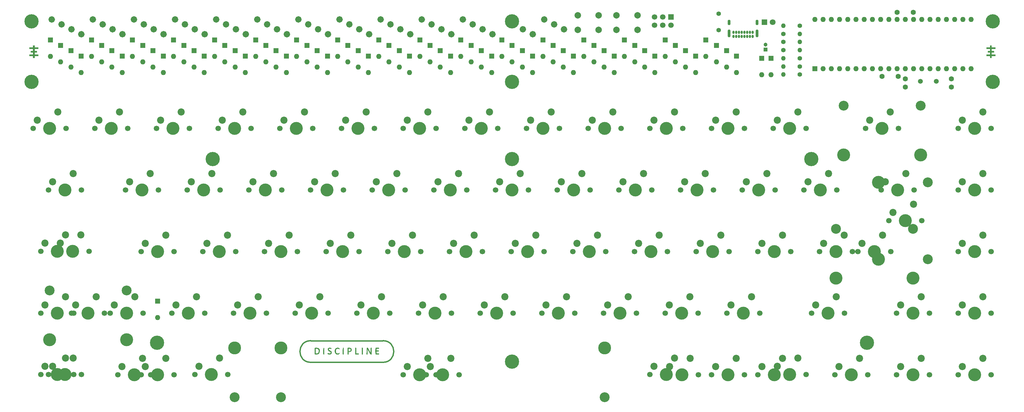
<source format=gts>
%TF.GenerationSoftware,KiCad,Pcbnew,8.0.2*%
%TF.CreationDate,2024-05-19T23:09:39-04:00*%
%TF.ProjectId,discipline-pcb,64697363-6970-46c6-996e-652d7063622e,1.0*%
%TF.SameCoordinates,Original*%
%TF.FileFunction,Soldermask,Top*%
%TF.FilePolarity,Negative*%
%FSLAX46Y46*%
G04 Gerber Fmt 4.6, Leading zero omitted, Abs format (unit mm)*
G04 Created by KiCad (PCBNEW 8.0.2) date 2024-05-19 23:09:39*
%MOMM*%
%LPD*%
G01*
G04 APERTURE LIST*
%ADD10C,1.015810*%
%ADD11C,0.010000*%
%ADD12C,0.400000*%
%ADD13C,1.700000*%
%ADD14C,4.000000*%
%ADD15C,2.200000*%
%ADD16C,3.050000*%
%ADD17C,4.400000*%
%ADD18C,3.987800*%
%ADD19C,3.048000*%
%ADD20R,1.600000X1.600000*%
%ADD21O,1.600000X1.600000*%
%ADD22C,1.400000*%
%ADD23O,1.400000X1.400000*%
%ADD24C,2.000000*%
%ADD25R,1.800000X1.800000*%
%ADD26C,1.800000*%
%ADD27R,1.200000X1.200000*%
%ADD28C,1.200000*%
%ADD29C,1.600000*%
%ADD30O,0.650000X1.000000*%
%ADD31O,0.900000X2.400000*%
%ADD32O,0.900000X1.700000*%
%ADD33C,1.500000*%
%ADD34R,1.700000X1.700000*%
G04 APERTURE END LIST*
D10*
X213105482Y-65681168D02*
G75*
G02*
X212089672Y-65681168I-507905J0D01*
G01*
X212089672Y-65681168D02*
G75*
G02*
X213105482Y-65681168I507905J0D01*
G01*
X210053270Y-64152098D02*
G75*
G02*
X209037460Y-64152098I-507905J0D01*
G01*
X209037460Y-64152098D02*
G75*
G02*
X210053270Y-64152098I507905J0D01*
G01*
X222762932Y-64163643D02*
G75*
G02*
X221747122Y-64163643I-507905J0D01*
G01*
X221747122Y-64163643D02*
G75*
G02*
X222762932Y-64163643I507905J0D01*
G01*
X219710720Y-62634573D02*
G75*
G02*
X218694910Y-62634573I-507905J0D01*
G01*
X218694910Y-62634573D02*
G75*
G02*
X219710720Y-62634573I507905J0D01*
G01*
X216656801Y-61115546D02*
G75*
G02*
X215640991Y-61115546I-507905J0D01*
G01*
X215640991Y-61115546D02*
G75*
G02*
X216656801Y-61115546I507905J0D01*
G01*
X191517525Y-61110747D02*
G75*
G02*
X190501715Y-61110747I-507905J0D01*
G01*
X190501715Y-61110747D02*
G75*
G02*
X191517525Y-61110747I507905J0D01*
G01*
X200663719Y-65681325D02*
G75*
G02*
X199647909Y-65681325I-507905J0D01*
G01*
X199647909Y-65681325D02*
G75*
G02*
X200663719Y-65681325I507905J0D01*
G01*
X197611507Y-64152255D02*
G75*
G02*
X196595697Y-64152255I-507905J0D01*
G01*
X196595697Y-64152255D02*
G75*
G02*
X197611507Y-64152255I507905J0D01*
G01*
X194557588Y-62633228D02*
G75*
G02*
X193541778Y-62633228I-507905J0D01*
G01*
X193541778Y-62633228D02*
G75*
G02*
X194557588Y-62633228I507905J0D01*
G01*
X178814016Y-61115427D02*
G75*
G02*
X177798206Y-61115427I-507905J0D01*
G01*
X177798206Y-61115427D02*
G75*
G02*
X178814016Y-61115427I507905J0D01*
G01*
X187960210Y-65686005D02*
G75*
G02*
X186944400Y-65686005I-507905J0D01*
G01*
X186944400Y-65686005D02*
G75*
G02*
X187960210Y-65686005I507905J0D01*
G01*
X184907998Y-64156935D02*
G75*
G02*
X183892188Y-64156935I-507905J0D01*
G01*
X183892188Y-64156935D02*
G75*
G02*
X184907998Y-64156935I507905J0D01*
G01*
X181854079Y-62637908D02*
G75*
G02*
X180838269Y-62637908I-507905J0D01*
G01*
X180838269Y-62637908D02*
G75*
G02*
X181854079Y-62637908I507905J0D01*
G01*
X166119736Y-61112459D02*
G75*
G02*
X165103926Y-61112459I-507905J0D01*
G01*
X165103926Y-61112459D02*
G75*
G02*
X166119736Y-61112459I507905J0D01*
G01*
X175265930Y-65683037D02*
G75*
G02*
X174250120Y-65683037I-507905J0D01*
G01*
X174250120Y-65683037D02*
G75*
G02*
X175265930Y-65683037I507905J0D01*
G01*
X172213718Y-64153967D02*
G75*
G02*
X171197908Y-64153967I-507905J0D01*
G01*
X171197908Y-64153967D02*
G75*
G02*
X172213718Y-64153967I507905J0D01*
G01*
X169159799Y-62634940D02*
G75*
G02*
X168143989Y-62634940I-507905J0D01*
G01*
X168143989Y-62634940D02*
G75*
G02*
X169159799Y-62634940I507905J0D01*
G01*
X153418727Y-61109007D02*
G75*
G02*
X152402917Y-61109007I-507905J0D01*
G01*
X152402917Y-61109007D02*
G75*
G02*
X153418727Y-61109007I507905J0D01*
G01*
X162564921Y-65679585D02*
G75*
G02*
X161549111Y-65679585I-507905J0D01*
G01*
X161549111Y-65679585D02*
G75*
G02*
X162564921Y-65679585I507905J0D01*
G01*
X159512709Y-64150515D02*
G75*
G02*
X158496899Y-64150515I-507905J0D01*
G01*
X158496899Y-64150515D02*
G75*
G02*
X159512709Y-64150515I507905J0D01*
G01*
X156458790Y-62631488D02*
G75*
G02*
X155442980Y-62631488I-507905J0D01*
G01*
X155442980Y-62631488D02*
G75*
G02*
X156458790Y-62631488I507905J0D01*
G01*
X140711899Y-61109819D02*
G75*
G02*
X139696089Y-61109819I-507905J0D01*
G01*
X139696089Y-61109819D02*
G75*
G02*
X140711899Y-61109819I507905J0D01*
G01*
X149858093Y-65680397D02*
G75*
G02*
X148842283Y-65680397I-507905J0D01*
G01*
X148842283Y-65680397D02*
G75*
G02*
X149858093Y-65680397I507905J0D01*
G01*
X146805881Y-64151327D02*
G75*
G02*
X145790071Y-64151327I-507905J0D01*
G01*
X145790071Y-64151327D02*
G75*
G02*
X146805881Y-64151327I507905J0D01*
G01*
X143751962Y-62632300D02*
G75*
G02*
X142736152Y-62632300I-507905J0D01*
G01*
X142736152Y-62632300D02*
G75*
G02*
X143751962Y-62632300I507905J0D01*
G01*
X128014402Y-61112040D02*
G75*
G02*
X126998592Y-61112040I-507905J0D01*
G01*
X126998592Y-61112040D02*
G75*
G02*
X128014402Y-61112040I507905J0D01*
G01*
X137160596Y-65682618D02*
G75*
G02*
X136144786Y-65682618I-507905J0D01*
G01*
X136144786Y-65682618D02*
G75*
G02*
X137160596Y-65682618I507905J0D01*
G01*
X134117158Y-64152847D02*
G75*
G02*
X133101348Y-64152847I-507905J0D01*
G01*
X133101348Y-64152847D02*
G75*
G02*
X134117158Y-64152847I507905J0D01*
G01*
X131054465Y-62634521D02*
G75*
G02*
X130038655Y-62634521I-507905J0D01*
G01*
X130038655Y-62634521D02*
G75*
G02*
X131054465Y-62634521I507905J0D01*
G01*
X115319645Y-61111675D02*
G75*
G02*
X114303835Y-61111675I-507905J0D01*
G01*
X114303835Y-61111675D02*
G75*
G02*
X115319645Y-61111675I507905J0D01*
G01*
X124465839Y-65682253D02*
G75*
G02*
X123450029Y-65682253I-507905J0D01*
G01*
X123450029Y-65682253D02*
G75*
G02*
X124465839Y-65682253I507905J0D01*
G01*
X121413627Y-64153183D02*
G75*
G02*
X120397817Y-64153183I-507905J0D01*
G01*
X120397817Y-64153183D02*
G75*
G02*
X121413627Y-64153183I507905J0D01*
G01*
X118359708Y-62634156D02*
G75*
G02*
X117343898Y-62634156I-507905J0D01*
G01*
X117343898Y-62634156D02*
G75*
G02*
X118359708Y-62634156I507905J0D01*
G01*
X102619069Y-61108049D02*
G75*
G02*
X101603259Y-61108049I-507905J0D01*
G01*
X101603259Y-61108049D02*
G75*
G02*
X102619069Y-61108049I507905J0D01*
G01*
X111765263Y-65678627D02*
G75*
G02*
X110749453Y-65678627I-507905J0D01*
G01*
X110749453Y-65678627D02*
G75*
G02*
X111765263Y-65678627I507905J0D01*
G01*
X108709916Y-64156590D02*
G75*
G02*
X107694106Y-64156590I-507905J0D01*
G01*
X107694106Y-64156590D02*
G75*
G02*
X108709916Y-64156590I507905J0D01*
G01*
X105663905Y-62630530D02*
G75*
G02*
X104648095Y-62630530I-507905J0D01*
G01*
X104648095Y-62630530D02*
G75*
G02*
X105663905Y-62630530I507905J0D01*
G01*
X89913832Y-61110761D02*
G75*
G02*
X88898022Y-61110761I-507905J0D01*
G01*
X88898022Y-61110761D02*
G75*
G02*
X89913832Y-61110761I507905J0D01*
G01*
X99060026Y-65681339D02*
G75*
G02*
X98044216Y-65681339I-507905J0D01*
G01*
X98044216Y-65681339D02*
G75*
G02*
X99060026Y-65681339I507905J0D01*
G01*
X96018772Y-64154479D02*
G75*
G02*
X95002962Y-64154479I-507905J0D01*
G01*
X95002962Y-64154479D02*
G75*
G02*
X96018772Y-64154479I507905J0D01*
G01*
X92963905Y-62633242D02*
G75*
G02*
X91948095Y-62633242I-507905J0D01*
G01*
X91948095Y-62633242D02*
G75*
G02*
X92963905Y-62633242I507905J0D01*
G01*
X86361306Y-65677478D02*
G75*
G02*
X85345496Y-65677478I-507905J0D01*
G01*
X85345496Y-65677478D02*
G75*
G02*
X86361306Y-65677478I507905J0D01*
G01*
X83311902Y-64155584D02*
G75*
G02*
X82296092Y-64155584I-507905J0D01*
G01*
X82296092Y-64155584D02*
G75*
G02*
X83311902Y-64155584I507905J0D01*
G01*
X80268114Y-62639306D02*
G75*
G02*
X79252304Y-62639306I-507905J0D01*
G01*
X79252304Y-62639306D02*
G75*
G02*
X80268114Y-62639306I507905J0D01*
G01*
X77216137Y-61112030D02*
G75*
G02*
X76200327Y-61112030I-507905J0D01*
G01*
X76200327Y-61112030D02*
G75*
G02*
X77216137Y-61112030I507905J0D01*
G01*
X73666816Y-65686507D02*
G75*
G02*
X72651006Y-65686507I-507905J0D01*
G01*
X72651006Y-65686507D02*
G75*
G02*
X73666816Y-65686507I507905J0D01*
G01*
X70614604Y-64157437D02*
G75*
G02*
X69598794Y-64157437I-507905J0D01*
G01*
X69598794Y-64157437D02*
G75*
G02*
X70614604Y-64157437I507905J0D01*
G01*
X67560685Y-62638410D02*
G75*
G02*
X66544875Y-62638410I-507905J0D01*
G01*
X66544875Y-62638410D02*
G75*
G02*
X67560685Y-62638410I507905J0D01*
G01*
X64520622Y-61115929D02*
G75*
G02*
X63504812Y-61115929I-507905J0D01*
G01*
X63504812Y-61115929D02*
G75*
G02*
X64520622Y-61115929I507905J0D01*
G01*
D11*
X58671725Y-69739610D02*
X59241108Y-69741787D01*
X59810491Y-69743963D01*
X59810491Y-70150363D01*
X58671725Y-70154715D01*
X58671725Y-70814996D01*
X59391392Y-70814996D01*
X59391392Y-71246796D01*
X58671725Y-71246796D01*
X58671725Y-71924010D01*
X59241108Y-71926187D01*
X59810491Y-71928363D01*
X59812754Y-72142146D01*
X59815016Y-72355929D01*
X58671725Y-72355929D01*
X58671725Y-72973996D01*
X58231458Y-72973996D01*
X58231458Y-72355929D01*
X57096925Y-72355929D01*
X57096925Y-71924130D01*
X58231458Y-71924130D01*
X58231458Y-71246796D01*
X57520258Y-71246796D01*
X57520258Y-70814996D01*
X58231458Y-70814996D01*
X58231458Y-70154596D01*
X57096925Y-70154596D01*
X57096925Y-69739730D01*
X58231239Y-69739730D01*
X58235691Y-69151296D01*
X58453708Y-69149037D01*
X58671725Y-69146777D01*
X58671725Y-69739610D01*
G36*
X58671725Y-69739610D02*
G01*
X59241108Y-69741787D01*
X59810491Y-69743963D01*
X59810491Y-70150363D01*
X58671725Y-70154715D01*
X58671725Y-70814996D01*
X59391392Y-70814996D01*
X59391392Y-71246796D01*
X58671725Y-71246796D01*
X58671725Y-71924010D01*
X59241108Y-71926187D01*
X59810491Y-71928363D01*
X59812754Y-72142146D01*
X59815016Y-72355929D01*
X58671725Y-72355929D01*
X58671725Y-72973996D01*
X58231458Y-72973996D01*
X58231458Y-72355929D01*
X57096925Y-72355929D01*
X57096925Y-71924130D01*
X58231458Y-71924130D01*
X58231458Y-71246796D01*
X57520258Y-71246796D01*
X57520258Y-70814996D01*
X58231458Y-70814996D01*
X58231458Y-70154596D01*
X57096925Y-70154596D01*
X57096925Y-69739730D01*
X58231239Y-69739730D01*
X58235691Y-69151296D01*
X58453708Y-69149037D01*
X58671725Y-69146777D01*
X58671725Y-69739610D01*
G37*
X354287356Y-69739610D02*
X354856739Y-69741787D01*
X355426122Y-69743963D01*
X355426122Y-70150363D01*
X354287356Y-70154715D01*
X354287356Y-70814996D01*
X355007023Y-70814996D01*
X355007023Y-71246796D01*
X354287356Y-71246796D01*
X354287356Y-71924010D01*
X354856739Y-71926187D01*
X355426122Y-71928363D01*
X355428385Y-72142146D01*
X355430647Y-72355929D01*
X354287356Y-72355929D01*
X354287356Y-72973996D01*
X353847089Y-72973996D01*
X353847089Y-72355929D01*
X352712556Y-72355929D01*
X352712556Y-71924130D01*
X353847089Y-71924130D01*
X353847089Y-71246796D01*
X353135889Y-71246796D01*
X353135889Y-70814996D01*
X353847089Y-70814996D01*
X353847089Y-70154596D01*
X352712556Y-70154596D01*
X352712556Y-69739730D01*
X353846870Y-69739730D01*
X353851322Y-69151296D01*
X354069339Y-69149037D01*
X354287356Y-69146777D01*
X354287356Y-69739610D01*
G36*
X354287356Y-69739610D02*
G01*
X354856739Y-69741787D01*
X355426122Y-69743963D01*
X355426122Y-70150363D01*
X354287356Y-70154715D01*
X354287356Y-70814996D01*
X355007023Y-70814996D01*
X355007023Y-71246796D01*
X354287356Y-71246796D01*
X354287356Y-71924010D01*
X354856739Y-71926187D01*
X355426122Y-71928363D01*
X355428385Y-72142146D01*
X355430647Y-72355929D01*
X354287356Y-72355929D01*
X354287356Y-72973996D01*
X353847089Y-72973996D01*
X353847089Y-72355929D01*
X352712556Y-72355929D01*
X352712556Y-71924130D01*
X353847089Y-71924130D01*
X353847089Y-71246796D01*
X353135889Y-71246796D01*
X353135889Y-70814996D01*
X353847089Y-70814996D01*
X353847089Y-70154596D01*
X352712556Y-70154596D01*
X352712556Y-69739730D01*
X353846870Y-69739730D01*
X353851322Y-69151296D01*
X354069339Y-69149037D01*
X354287356Y-69146777D01*
X354287356Y-69739610D01*
G37*
D12*
X144037456Y-167154210D02*
X166337456Y-167154210D01*
X144057456Y-160474210D02*
X166337456Y-160474210D01*
X144027456Y-167154210D02*
G75*
G02*
X144027456Y-160474210I0J3340000D01*
G01*
X166327456Y-160474210D02*
G75*
G02*
X166327456Y-167154210I0J-3340000D01*
G01*
D11*
X159893227Y-162660967D02*
X160015656Y-162671099D01*
X160015656Y-164629968D01*
X159770798Y-164650234D01*
X159770798Y-162650834D01*
X159893227Y-162660967D01*
G36*
X159893227Y-162660967D02*
G01*
X160015656Y-162671099D01*
X160015656Y-164629968D01*
X159770798Y-164650234D01*
X159770798Y-162650834D01*
X159893227Y-162660967D01*
G37*
X148131852Y-164629968D02*
X148025522Y-164640216D01*
X147939522Y-164635155D01*
X147902579Y-164607170D01*
X147898618Y-164564485D01*
X147895587Y-164465130D01*
X147893557Y-164317724D01*
X147892596Y-164130887D01*
X147892773Y-163913238D01*
X147894159Y-163673398D01*
X147894642Y-163617489D01*
X147903317Y-162671099D01*
X148131852Y-162671099D01*
X148131852Y-164629968D01*
G36*
X148131852Y-164629968D02*
G01*
X148025522Y-164640216D01*
X147939522Y-164635155D01*
X147902579Y-164607170D01*
X147898618Y-164564485D01*
X147895587Y-164465130D01*
X147893557Y-164317724D01*
X147892596Y-164130887D01*
X147892773Y-163913238D01*
X147894159Y-163673398D01*
X147894642Y-163617489D01*
X147903317Y-162671099D01*
X148131852Y-162671099D01*
X148131852Y-164629968D01*
G37*
X154155374Y-164646292D02*
X154040082Y-164646292D01*
X153959195Y-164635741D01*
X153911587Y-164609863D01*
X153908977Y-164605085D01*
X153905221Y-164562951D01*
X153902376Y-164464122D01*
X153900505Y-164317194D01*
X153899669Y-164130761D01*
X153899931Y-163913418D01*
X153901352Y-163673761D01*
X153901840Y-163617489D01*
X153910515Y-162671099D01*
X154032944Y-162660967D01*
X154155374Y-162650834D01*
X154155374Y-164646292D01*
G36*
X154155374Y-164646292D02*
G01*
X154040082Y-164646292D01*
X153959195Y-164635741D01*
X153911587Y-164609863D01*
X153908977Y-164605085D01*
X153905221Y-164562951D01*
X153902376Y-164464122D01*
X153900505Y-164317194D01*
X153899669Y-164130761D01*
X153899931Y-163913418D01*
X153901352Y-163673761D01*
X153901840Y-163617489D01*
X153910515Y-162671099D01*
X154032944Y-162660967D01*
X154155374Y-162650834D01*
X154155374Y-164646292D01*
G37*
X157869063Y-162660967D02*
X157991492Y-162671099D01*
X158008878Y-164415629D01*
X158742392Y-164434081D01*
X158742392Y-164629968D01*
X158267114Y-164638967D01*
X158097108Y-164640682D01*
X157950808Y-164639315D01*
X157840400Y-164635199D01*
X157778070Y-164628668D01*
X157769235Y-164625364D01*
X157763550Y-164588205D01*
X157758388Y-164493994D01*
X157753938Y-164350974D01*
X157750385Y-164167387D01*
X157747916Y-163951478D01*
X157746718Y-163711488D01*
X157746633Y-163626798D01*
X157746633Y-162650834D01*
X157869063Y-162660967D01*
G36*
X157869063Y-162660967D02*
G01*
X157991492Y-162671099D01*
X158008878Y-164415629D01*
X158742392Y-164434081D01*
X158742392Y-164629968D01*
X158267114Y-164638967D01*
X158097108Y-164640682D01*
X157950808Y-164639315D01*
X157840400Y-164635199D01*
X157778070Y-164628668D01*
X157769235Y-164625364D01*
X157763550Y-164588205D01*
X157758388Y-164493994D01*
X157753938Y-164350974D01*
X157750385Y-164167387D01*
X157747916Y-163951478D01*
X157746718Y-163711488D01*
X157746633Y-163626798D01*
X157746633Y-162650834D01*
X157869063Y-162660967D01*
G37*
X162734069Y-163640268D02*
X162725425Y-164629968D01*
X162611158Y-164639583D01*
X162517601Y-164634566D01*
X162445477Y-164609338D01*
X162442159Y-164606936D01*
X162412497Y-164568132D01*
X162356197Y-164479783D01*
X162277860Y-164349678D01*
X162182092Y-164185608D01*
X162073495Y-163995362D01*
X161956674Y-163786732D01*
X161944856Y-163765409D01*
X161502285Y-162966146D01*
X161493546Y-163798057D01*
X161484808Y-164629968D01*
X161378221Y-164640235D01*
X161271634Y-164650501D01*
X161280277Y-163660800D01*
X161288921Y-162671099D01*
X161440339Y-162661298D01*
X161541129Y-162660739D01*
X161603506Y-162681279D01*
X161652550Y-162730572D01*
X161684699Y-162780561D01*
X161742835Y-162879148D01*
X161821926Y-163017470D01*
X161916944Y-163186666D01*
X162022859Y-163377872D01*
X162105117Y-163527999D01*
X162496890Y-164246351D01*
X162529538Y-162671099D01*
X162636125Y-162660833D01*
X162742713Y-162650567D01*
X162734069Y-163640268D01*
G36*
X162734069Y-163640268D02*
G01*
X162725425Y-164629968D01*
X162611158Y-164639583D01*
X162517601Y-164634566D01*
X162445477Y-164609338D01*
X162442159Y-164606936D01*
X162412497Y-164568132D01*
X162356197Y-164479783D01*
X162277860Y-164349678D01*
X162182092Y-164185608D01*
X162073495Y-163995362D01*
X161956674Y-163786732D01*
X161944856Y-163765409D01*
X161502285Y-162966146D01*
X161493546Y-163798057D01*
X161484808Y-164629968D01*
X161378221Y-164640235D01*
X161271634Y-164650501D01*
X161280277Y-163660800D01*
X161288921Y-162671099D01*
X161440339Y-162661298D01*
X161541129Y-162660739D01*
X161603506Y-162681279D01*
X161652550Y-162730572D01*
X161684699Y-162780561D01*
X161742835Y-162879148D01*
X161821926Y-163017470D01*
X161916944Y-163186666D01*
X162022859Y-163377872D01*
X162105117Y-163527999D01*
X162496890Y-164246351D01*
X162529538Y-162671099D01*
X162636125Y-162660833D01*
X162742713Y-162650567D01*
X162734069Y-163640268D01*
G37*
X164749072Y-162655368D02*
X164884771Y-162657925D01*
X164975079Y-162663614D01*
X165029945Y-162673607D01*
X165059319Y-162689070D01*
X165073151Y-162711174D01*
X165074608Y-162715472D01*
X165081021Y-162794519D01*
X165073315Y-162829739D01*
X165056010Y-162852466D01*
X165017542Y-162867835D01*
X164947162Y-162877197D01*
X164834122Y-162881902D01*
X164667674Y-162883300D01*
X164646928Y-162883310D01*
X164241098Y-162883310D01*
X164250485Y-163185303D01*
X164259872Y-163487295D01*
X164610836Y-163496561D01*
X164961800Y-163505828D01*
X164961800Y-163699506D01*
X164243548Y-163699506D01*
X164243548Y-164415807D01*
X165076068Y-164434081D01*
X165076068Y-164629968D01*
X164569186Y-164638922D01*
X164353731Y-164640947D01*
X164197101Y-164638059D01*
X164092985Y-164629900D01*
X164035072Y-164616111D01*
X164022335Y-164607907D01*
X164009968Y-164563582D01*
X163999695Y-164464305D01*
X163991522Y-164320384D01*
X163985452Y-164142124D01*
X163981490Y-163939834D01*
X163979639Y-163723818D01*
X163979905Y-163504386D01*
X163982291Y-163291842D01*
X163986802Y-163096495D01*
X163993442Y-162928651D01*
X164002214Y-162798616D01*
X164013125Y-162716699D01*
X164021543Y-162693953D01*
X164067798Y-162676565D01*
X164168692Y-162664409D01*
X164327682Y-162657231D01*
X164548224Y-162654779D01*
X164558032Y-162654776D01*
X164749072Y-162655368D01*
G36*
X164749072Y-162655368D02*
G01*
X164884771Y-162657925D01*
X164975079Y-162663614D01*
X165029945Y-162673607D01*
X165059319Y-162689070D01*
X165073151Y-162711174D01*
X165074608Y-162715472D01*
X165081021Y-162794519D01*
X165073315Y-162829739D01*
X165056010Y-162852466D01*
X165017542Y-162867835D01*
X164947162Y-162877197D01*
X164834122Y-162881902D01*
X164667674Y-162883300D01*
X164646928Y-162883310D01*
X164241098Y-162883310D01*
X164250485Y-163185303D01*
X164259872Y-163487295D01*
X164610836Y-163496561D01*
X164961800Y-163505828D01*
X164961800Y-163699506D01*
X164243548Y-163699506D01*
X164243548Y-164415807D01*
X165076068Y-164434081D01*
X165076068Y-164629968D01*
X164569186Y-164638922D01*
X164353731Y-164640947D01*
X164197101Y-164638059D01*
X164092985Y-164629900D01*
X164035072Y-164616111D01*
X164022335Y-164607907D01*
X164009968Y-164563582D01*
X163999695Y-164464305D01*
X163991522Y-164320384D01*
X163985452Y-164142124D01*
X163981490Y-163939834D01*
X163979639Y-163723818D01*
X163979905Y-163504386D01*
X163982291Y-163291842D01*
X163986802Y-163096495D01*
X163993442Y-162928651D01*
X164002214Y-162798616D01*
X164013125Y-162716699D01*
X164021543Y-162693953D01*
X164067798Y-162676565D01*
X164168692Y-162664409D01*
X164327682Y-162657231D01*
X164548224Y-162654779D01*
X164558032Y-162654776D01*
X164749072Y-162655368D01*
G37*
X145844792Y-162663531D02*
X146057901Y-162687634D01*
X146234495Y-162736457D01*
X146387427Y-162812457D01*
X146394580Y-162816950D01*
X146546193Y-162950535D01*
X146660045Y-163130150D01*
X146732980Y-163346453D01*
X146761840Y-163590101D01*
X146743731Y-163850102D01*
X146681412Y-164098167D01*
X146579948Y-164296471D01*
X146436000Y-164449859D01*
X146254602Y-164559414D01*
X146163426Y-164588215D01*
X146035359Y-164612240D01*
X145884217Y-164630801D01*
X145723819Y-164643212D01*
X145567982Y-164648785D01*
X145430523Y-164646834D01*
X145325259Y-164636671D01*
X145266009Y-164617610D01*
X145258782Y-164608931D01*
X145254647Y-164565780D01*
X145251459Y-164465980D01*
X145250753Y-164417758D01*
X145503703Y-164417758D01*
X145757967Y-164417758D01*
X145915175Y-164412346D01*
X146032635Y-164393063D01*
X146135227Y-164355341D01*
X146157903Y-164344300D01*
X146295793Y-164246591D01*
X146392863Y-164109937D01*
X146452488Y-163927864D01*
X146476152Y-163734335D01*
X146474971Y-163502917D01*
X146439735Y-163316878D01*
X146367335Y-163164100D01*
X146310872Y-163090229D01*
X146204191Y-162989823D01*
X146084972Y-162926035D01*
X145936269Y-162892618D01*
X145749610Y-162883310D01*
X145503703Y-162883310D01*
X145503703Y-164417758D01*
X145250753Y-164417758D01*
X145249295Y-164318171D01*
X145248228Y-164130992D01*
X145248335Y-163913086D01*
X145249689Y-163673092D01*
X145250169Y-163617489D01*
X145256898Y-162883310D01*
X145258844Y-162671099D01*
X145582316Y-162661693D01*
X145844792Y-162663531D01*
G36*
X145844792Y-162663531D02*
G01*
X146057901Y-162687634D01*
X146234495Y-162736457D01*
X146387427Y-162812457D01*
X146394580Y-162816950D01*
X146546193Y-162950535D01*
X146660045Y-163130150D01*
X146732980Y-163346453D01*
X146761840Y-163590101D01*
X146743731Y-163850102D01*
X146681412Y-164098167D01*
X146579948Y-164296471D01*
X146436000Y-164449859D01*
X146254602Y-164559414D01*
X146163426Y-164588215D01*
X146035359Y-164612240D01*
X145884217Y-164630801D01*
X145723819Y-164643212D01*
X145567982Y-164648785D01*
X145430523Y-164646834D01*
X145325259Y-164636671D01*
X145266009Y-164617610D01*
X145258782Y-164608931D01*
X145254647Y-164565780D01*
X145251459Y-164465980D01*
X145250753Y-164417758D01*
X145503703Y-164417758D01*
X145757967Y-164417758D01*
X145915175Y-164412346D01*
X146032635Y-164393063D01*
X146135227Y-164355341D01*
X146157903Y-164344300D01*
X146295793Y-164246591D01*
X146392863Y-164109937D01*
X146452488Y-163927864D01*
X146476152Y-163734335D01*
X146474971Y-163502917D01*
X146439735Y-163316878D01*
X146367335Y-163164100D01*
X146310872Y-163090229D01*
X146204191Y-162989823D01*
X146084972Y-162926035D01*
X145936269Y-162892618D01*
X145749610Y-162883310D01*
X145503703Y-162883310D01*
X145503703Y-164417758D01*
X145250753Y-164417758D01*
X145249295Y-164318171D01*
X145248228Y-164130992D01*
X145248335Y-163913086D01*
X145249689Y-163673092D01*
X145250169Y-163617489D01*
X145256898Y-162883310D01*
X145258844Y-162671099D01*
X145582316Y-162661693D01*
X145844792Y-162663531D01*
G37*
X152408386Y-162635959D02*
X152621244Y-162690119D01*
X152679962Y-162716878D01*
X152784487Y-162784344D01*
X152836756Y-162860616D01*
X152849461Y-162949349D01*
X152834489Y-163012693D01*
X152786729Y-163026512D01*
X152701921Y-162991031D01*
X152651765Y-162959858D01*
X152513590Y-162891158D01*
X152352941Y-162860803D01*
X152332306Y-162859344D01*
X152143062Y-162872186D01*
X151989583Y-162938547D01*
X151866387Y-163061565D01*
X151806649Y-163160111D01*
X151768065Y-163242415D01*
X151743490Y-163320306D01*
X151729877Y-163412270D01*
X151724181Y-163536793D01*
X151723274Y-163666152D01*
X151725317Y-163830258D01*
X151733073Y-163946696D01*
X151749257Y-164033021D01*
X151776585Y-164106793D01*
X151798048Y-164149694D01*
X151908533Y-164293309D01*
X152054800Y-164390362D01*
X152224605Y-164438527D01*
X152405703Y-164435479D01*
X152585849Y-164378891D01*
X152687818Y-164318677D01*
X152759436Y-164274662D01*
X152811380Y-164254634D01*
X152813691Y-164254519D01*
X152844489Y-164280286D01*
X152849916Y-164343086D01*
X152833021Y-164421166D01*
X152796856Y-164492776D01*
X152777122Y-164515256D01*
X152656447Y-164591254D01*
X152493250Y-164643959D01*
X152307205Y-164669959D01*
X152117982Y-164665847D01*
X152012312Y-164647796D01*
X151824801Y-164571180D01*
X151668871Y-164441890D01*
X151547844Y-164266117D01*
X151465039Y-164050050D01*
X151423778Y-163799878D01*
X151424759Y-163552590D01*
X151466364Y-163300088D01*
X151547477Y-163078068D01*
X151663241Y-162897078D01*
X151776084Y-162789979D01*
X151967945Y-162687333D01*
X152184666Y-162635512D01*
X152408386Y-162635959D01*
G36*
X152408386Y-162635959D02*
G01*
X152621244Y-162690119D01*
X152679962Y-162716878D01*
X152784487Y-162784344D01*
X152836756Y-162860616D01*
X152849461Y-162949349D01*
X152834489Y-163012693D01*
X152786729Y-163026512D01*
X152701921Y-162991031D01*
X152651765Y-162959858D01*
X152513590Y-162891158D01*
X152352941Y-162860803D01*
X152332306Y-162859344D01*
X152143062Y-162872186D01*
X151989583Y-162938547D01*
X151866387Y-163061565D01*
X151806649Y-163160111D01*
X151768065Y-163242415D01*
X151743490Y-163320306D01*
X151729877Y-163412270D01*
X151724181Y-163536793D01*
X151723274Y-163666152D01*
X151725317Y-163830258D01*
X151733073Y-163946696D01*
X151749257Y-164033021D01*
X151776585Y-164106793D01*
X151798048Y-164149694D01*
X151908533Y-164293309D01*
X152054800Y-164390362D01*
X152224605Y-164438527D01*
X152405703Y-164435479D01*
X152585849Y-164378891D01*
X152687818Y-164318677D01*
X152759436Y-164274662D01*
X152811380Y-164254634D01*
X152813691Y-164254519D01*
X152844489Y-164280286D01*
X152849916Y-164343086D01*
X152833021Y-164421166D01*
X152796856Y-164492776D01*
X152777122Y-164515256D01*
X152656447Y-164591254D01*
X152493250Y-164643959D01*
X152307205Y-164669959D01*
X152117982Y-164665847D01*
X152012312Y-164647796D01*
X151824801Y-164571180D01*
X151668871Y-164441890D01*
X151547844Y-164266117D01*
X151465039Y-164050050D01*
X151423778Y-163799878D01*
X151424759Y-163552590D01*
X151466364Y-163300088D01*
X151547477Y-163078068D01*
X151663241Y-162897078D01*
X151776084Y-162789979D01*
X151967945Y-162687333D01*
X152184666Y-162635512D01*
X152408386Y-162635959D01*
G37*
X155863650Y-162660711D02*
X156033793Y-162669015D01*
X156154340Y-162680525D01*
X156240993Y-162698121D01*
X156309451Y-162724684D01*
X156356603Y-162751175D01*
X156483192Y-162851186D01*
X156561203Y-162971445D01*
X156597976Y-163126571D01*
X156603301Y-163242436D01*
X156579591Y-163453977D01*
X156508446Y-163622394D01*
X156388472Y-163748994D01*
X156218272Y-163835080D01*
X155996453Y-163881960D01*
X155912375Y-163889009D01*
X155657173Y-163903782D01*
X155657173Y-164646292D01*
X155548347Y-164646292D01*
X155467677Y-164640319D01*
X155419230Y-164625812D01*
X155417756Y-164624527D01*
X155412174Y-164587498D01*
X155407121Y-164493586D01*
X155402789Y-164351203D01*
X155399368Y-164168760D01*
X155397049Y-163954668D01*
X155396024Y-163717340D01*
X155395991Y-163665414D01*
X155396428Y-163387409D01*
X155397256Y-163269643D01*
X155657173Y-163269643D01*
X155658914Y-163422368D01*
X155663650Y-163550448D01*
X155670653Y-163640207D01*
X155678938Y-163677740D01*
X155730938Y-163694686D01*
X155824375Y-163698293D01*
X155936910Y-163689223D01*
X156046201Y-163668137D01*
X156051371Y-163666725D01*
X156190303Y-163602535D01*
X156281681Y-163497595D01*
X156329504Y-163346643D01*
X156335892Y-163292377D01*
X156341468Y-163185561D01*
X156329626Y-163116034D01*
X156290997Y-163056290D01*
X156235758Y-162998296D01*
X156171379Y-162937956D01*
X156115104Y-162903537D01*
X156045070Y-162887790D01*
X155939416Y-162883466D01*
X155888973Y-162883310D01*
X155657173Y-162883310D01*
X155657173Y-163269643D01*
X155397256Y-163269643D01*
X155397972Y-163167721D01*
X155400974Y-162999379D01*
X155405476Y-162883310D01*
X155405783Y-162875408D01*
X155412749Y-162788836D01*
X155422223Y-162732690D01*
X155434555Y-162699996D01*
X155445090Y-162687318D01*
X155493218Y-162668250D01*
X155585445Y-162658270D01*
X155729471Y-162656887D01*
X155863650Y-162660711D01*
G36*
X155863650Y-162660711D02*
G01*
X156033793Y-162669015D01*
X156154340Y-162680525D01*
X156240993Y-162698121D01*
X156309451Y-162724684D01*
X156356603Y-162751175D01*
X156483192Y-162851186D01*
X156561203Y-162971445D01*
X156597976Y-163126571D01*
X156603301Y-163242436D01*
X156579591Y-163453977D01*
X156508446Y-163622394D01*
X156388472Y-163748994D01*
X156218272Y-163835080D01*
X155996453Y-163881960D01*
X155912375Y-163889009D01*
X155657173Y-163903782D01*
X155657173Y-164646292D01*
X155548347Y-164646292D01*
X155467677Y-164640319D01*
X155419230Y-164625812D01*
X155417756Y-164624527D01*
X155412174Y-164587498D01*
X155407121Y-164493586D01*
X155402789Y-164351203D01*
X155399368Y-164168760D01*
X155397049Y-163954668D01*
X155396024Y-163717340D01*
X155395991Y-163665414D01*
X155396428Y-163387409D01*
X155397256Y-163269643D01*
X155657173Y-163269643D01*
X155658914Y-163422368D01*
X155663650Y-163550448D01*
X155670653Y-163640207D01*
X155678938Y-163677740D01*
X155730938Y-163694686D01*
X155824375Y-163698293D01*
X155936910Y-163689223D01*
X156046201Y-163668137D01*
X156051371Y-163666725D01*
X156190303Y-163602535D01*
X156281681Y-163497595D01*
X156329504Y-163346643D01*
X156335892Y-163292377D01*
X156341468Y-163185561D01*
X156329626Y-163116034D01*
X156290997Y-163056290D01*
X156235758Y-162998296D01*
X156171379Y-162937956D01*
X156115104Y-162903537D01*
X156045070Y-162887790D01*
X155939416Y-162883466D01*
X155888973Y-162883310D01*
X155657173Y-162883310D01*
X155657173Y-163269643D01*
X155397256Y-163269643D01*
X155397972Y-163167721D01*
X155400974Y-162999379D01*
X155405476Y-162883310D01*
X155405783Y-162875408D01*
X155412749Y-162788836D01*
X155422223Y-162732690D01*
X155434555Y-162699996D01*
X155445090Y-162687318D01*
X155493218Y-162668250D01*
X155585445Y-162658270D01*
X155729471Y-162656887D01*
X155863650Y-162660711D01*
G37*
X150058620Y-162650150D02*
X150181691Y-162684296D01*
X150274180Y-162728554D01*
X150316406Y-162773391D01*
X150334272Y-162857763D01*
X150327489Y-162931595D01*
X150307760Y-162961945D01*
X150264101Y-162958916D01*
X150187416Y-162930900D01*
X150153942Y-162914901D01*
X149996013Y-162858251D01*
X149846929Y-162847564D01*
X149717597Y-162878974D01*
X149618923Y-162948617D01*
X149561814Y-163052629D01*
X149552032Y-163128169D01*
X149575421Y-163240997D01*
X149649293Y-163340158D01*
X149779204Y-163431459D01*
X149898620Y-163490354D01*
X150125834Y-163606298D01*
X150289152Y-163724770D01*
X150372520Y-163819849D01*
X150414719Y-163927832D01*
X150432425Y-164068767D01*
X150424946Y-164214800D01*
X150391589Y-164338078D01*
X150385724Y-164350194D01*
X150276350Y-164493769D01*
X150122757Y-164598390D01*
X149935744Y-164660265D01*
X149726111Y-164675603D01*
X149535708Y-164648620D01*
X149419119Y-164610095D01*
X149316971Y-164558593D01*
X149253173Y-164506351D01*
X149250539Y-164502652D01*
X149229230Y-164437173D01*
X149229852Y-164361057D01*
X149251456Y-164308359D01*
X149256050Y-164304820D01*
X149300715Y-164307535D01*
X149379113Y-164335935D01*
X149422808Y-164356995D01*
X149596979Y-164424087D01*
X149764628Y-164446056D01*
X149915771Y-164426186D01*
X150040425Y-164367761D01*
X150128607Y-164274064D01*
X150170333Y-164148378D01*
X150172340Y-164110470D01*
X150150853Y-164021260D01*
X150082869Y-163932090D01*
X149963105Y-163838044D01*
X149786278Y-163734206D01*
X149744317Y-163712201D01*
X149560379Y-163608427D01*
X149431276Y-163511457D01*
X149348801Y-163411095D01*
X149304745Y-163297144D01*
X149290899Y-163159409D01*
X149290849Y-163148930D01*
X149316523Y-162961799D01*
X149393178Y-162815336D01*
X149520261Y-162710107D01*
X149697220Y-162646681D01*
X149793478Y-162631877D01*
X149923154Y-162631036D01*
X150058620Y-162650150D01*
G36*
X150058620Y-162650150D02*
G01*
X150181691Y-162684296D01*
X150274180Y-162728554D01*
X150316406Y-162773391D01*
X150334272Y-162857763D01*
X150327489Y-162931595D01*
X150307760Y-162961945D01*
X150264101Y-162958916D01*
X150187416Y-162930900D01*
X150153942Y-162914901D01*
X149996013Y-162858251D01*
X149846929Y-162847564D01*
X149717597Y-162878974D01*
X149618923Y-162948617D01*
X149561814Y-163052629D01*
X149552032Y-163128169D01*
X149575421Y-163240997D01*
X149649293Y-163340158D01*
X149779204Y-163431459D01*
X149898620Y-163490354D01*
X150125834Y-163606298D01*
X150289152Y-163724770D01*
X150372520Y-163819849D01*
X150414719Y-163927832D01*
X150432425Y-164068767D01*
X150424946Y-164214800D01*
X150391589Y-164338078D01*
X150385724Y-164350194D01*
X150276350Y-164493769D01*
X150122757Y-164598390D01*
X149935744Y-164660265D01*
X149726111Y-164675603D01*
X149535708Y-164648620D01*
X149419119Y-164610095D01*
X149316971Y-164558593D01*
X149253173Y-164506351D01*
X149250539Y-164502652D01*
X149229230Y-164437173D01*
X149229852Y-164361057D01*
X149251456Y-164308359D01*
X149256050Y-164304820D01*
X149300715Y-164307535D01*
X149379113Y-164335935D01*
X149422808Y-164356995D01*
X149596979Y-164424087D01*
X149764628Y-164446056D01*
X149915771Y-164426186D01*
X150040425Y-164367761D01*
X150128607Y-164274064D01*
X150170333Y-164148378D01*
X150172340Y-164110470D01*
X150150853Y-164021260D01*
X150082869Y-163932090D01*
X149963105Y-163838044D01*
X149786278Y-163734206D01*
X149744317Y-163712201D01*
X149560379Y-163608427D01*
X149431276Y-163511457D01*
X149348801Y-163411095D01*
X149304745Y-163297144D01*
X149290899Y-163159409D01*
X149290849Y-163148930D01*
X149316523Y-162961799D01*
X149393178Y-162815336D01*
X149520261Y-162710107D01*
X149697220Y-162646681D01*
X149793478Y-162631877D01*
X149923154Y-162631036D01*
X150058620Y-162650150D01*
G37*
D13*
X58261250Y-94773750D03*
D14*
X63341250Y-94773750D03*
D13*
X68421250Y-94773750D03*
D15*
X65881250Y-89693750D03*
X59531250Y-92233750D03*
D13*
X77311250Y-94773750D03*
D14*
X82391250Y-94773750D03*
D13*
X87471250Y-94773750D03*
D15*
X84931250Y-89693750D03*
X78581250Y-92233750D03*
D13*
X96361250Y-94773750D03*
D14*
X101441250Y-94773750D03*
D13*
X106521250Y-94773750D03*
D15*
X103981250Y-89693750D03*
X97631250Y-92233750D03*
D13*
X115411250Y-94773750D03*
D14*
X120491250Y-94773750D03*
D13*
X125571250Y-94773750D03*
D15*
X123031250Y-89693750D03*
X116681250Y-92233750D03*
D13*
X134461250Y-94773750D03*
D14*
X139541250Y-94773750D03*
D13*
X144621250Y-94773750D03*
D15*
X142081250Y-89693750D03*
X135731250Y-92233750D03*
D13*
X153511250Y-94773750D03*
D14*
X158591250Y-94773750D03*
D13*
X163671250Y-94773750D03*
D15*
X161131250Y-89693750D03*
X154781250Y-92233750D03*
D13*
X172561250Y-94773750D03*
D14*
X177641250Y-94773750D03*
D13*
X182721250Y-94773750D03*
D15*
X180181250Y-89693750D03*
X173831250Y-92233750D03*
D13*
X191611250Y-94773750D03*
D14*
X196691250Y-94773750D03*
D13*
X201771250Y-94773750D03*
D15*
X199231250Y-89693750D03*
X192881250Y-92233750D03*
D13*
X210661250Y-94773750D03*
D14*
X215741250Y-94773750D03*
D13*
X220821250Y-94773750D03*
D15*
X218281250Y-89693750D03*
X211931250Y-92233750D03*
D13*
X229711250Y-94773750D03*
D14*
X234791250Y-94773750D03*
D13*
X239871250Y-94773750D03*
D15*
X237331250Y-89693750D03*
X230981250Y-92233750D03*
D13*
X248761250Y-94773750D03*
D14*
X253841250Y-94773750D03*
D13*
X258921250Y-94773750D03*
D15*
X256381250Y-89693750D03*
X250031250Y-92233750D03*
D13*
X267811250Y-94773750D03*
D14*
X272891250Y-94773750D03*
D13*
X277971250Y-94773750D03*
D15*
X275431250Y-89693750D03*
X269081250Y-92233750D03*
D13*
X286861250Y-94773750D03*
D14*
X291941250Y-94773750D03*
D13*
X297021250Y-94773750D03*
D15*
X294481250Y-89693750D03*
X288131250Y-92233750D03*
D13*
X344011250Y-94773750D03*
D14*
X349091250Y-94773750D03*
D13*
X354171250Y-94773750D03*
D15*
X351631250Y-89693750D03*
X345281250Y-92233750D03*
D13*
X86836250Y-113823750D03*
D14*
X91916250Y-113823750D03*
D13*
X96996250Y-113823750D03*
D15*
X94456250Y-108743750D03*
X88106250Y-111283750D03*
D13*
X105886250Y-113823750D03*
D14*
X110966250Y-113823750D03*
D13*
X116046250Y-113823750D03*
D15*
X113506250Y-108743750D03*
X107156250Y-111283750D03*
D13*
X124936250Y-113823750D03*
D14*
X130016250Y-113823750D03*
D13*
X135096250Y-113823750D03*
D15*
X132556250Y-108743750D03*
X126206250Y-111283750D03*
D13*
X143986250Y-113823750D03*
D14*
X149066250Y-113823750D03*
D13*
X154146250Y-113823750D03*
D15*
X151606250Y-108743750D03*
X145256250Y-111283750D03*
D13*
X163036250Y-113823750D03*
D14*
X168116250Y-113823750D03*
D13*
X173196250Y-113823750D03*
D15*
X170656250Y-108743750D03*
X164306250Y-111283750D03*
D13*
X182086250Y-113823750D03*
D14*
X187166250Y-113823750D03*
D13*
X192246250Y-113823750D03*
D15*
X189706250Y-108743750D03*
X183356250Y-111283750D03*
D13*
X201136250Y-113823750D03*
D14*
X206216250Y-113823750D03*
D13*
X211296250Y-113823750D03*
D15*
X208756250Y-108743750D03*
X202406250Y-111283750D03*
D13*
X220186250Y-113823750D03*
D14*
X225266250Y-113823750D03*
D13*
X230346250Y-113823750D03*
D15*
X227806250Y-108743750D03*
X221456250Y-111283750D03*
D13*
X239236250Y-113823750D03*
D14*
X244316250Y-113823750D03*
D13*
X249396250Y-113823750D03*
D15*
X246856250Y-108743750D03*
X240506250Y-111283750D03*
D13*
X258286250Y-113823750D03*
D14*
X263366250Y-113823750D03*
D13*
X268446250Y-113823750D03*
D15*
X265906250Y-108743750D03*
X259556250Y-111283750D03*
D13*
X277336250Y-113823750D03*
D14*
X282416250Y-113823750D03*
D13*
X287496250Y-113823750D03*
D15*
X284956250Y-108743750D03*
X278606250Y-111283750D03*
D13*
X296386250Y-113823750D03*
D14*
X301466250Y-113823750D03*
D13*
X306546250Y-113823750D03*
D15*
X304006250Y-108743750D03*
X297656250Y-111283750D03*
D13*
X344011250Y-113823750D03*
D14*
X349091250Y-113823750D03*
D13*
X354171250Y-113823750D03*
D15*
X351631250Y-108743750D03*
X345281250Y-111283750D03*
D13*
X91598750Y-132873750D03*
D14*
X96678750Y-132873750D03*
D13*
X101758750Y-132873750D03*
D15*
X99218750Y-127793750D03*
X92868750Y-130333750D03*
D13*
X110648750Y-132873750D03*
D14*
X115728750Y-132873750D03*
D13*
X120808750Y-132873750D03*
D15*
X118268750Y-127793750D03*
X111918750Y-130333750D03*
D13*
X129698750Y-132873750D03*
D14*
X134778750Y-132873750D03*
D13*
X139858750Y-132873750D03*
D15*
X137318750Y-127793750D03*
X130968750Y-130333750D03*
D13*
X148748250Y-132873750D03*
D14*
X153828250Y-132873750D03*
D13*
X158908250Y-132873750D03*
D15*
X156368250Y-127793750D03*
X150018250Y-130333750D03*
D13*
X167798250Y-132873750D03*
D14*
X172878250Y-132873750D03*
D13*
X177958250Y-132873750D03*
D15*
X175418250Y-127793750D03*
X169068250Y-130333750D03*
D13*
X186848250Y-132873750D03*
D14*
X191928250Y-132873750D03*
D13*
X197008250Y-132873750D03*
D15*
X194468250Y-127793750D03*
X188118250Y-130333750D03*
D13*
X205898250Y-132873750D03*
D14*
X210978250Y-132873750D03*
D13*
X216058250Y-132873750D03*
D15*
X213518250Y-127793750D03*
X207168250Y-130333750D03*
D13*
X224948250Y-132873750D03*
D14*
X230028250Y-132873750D03*
D13*
X235108250Y-132873750D03*
D15*
X232568250Y-127793750D03*
X226218250Y-130333750D03*
D13*
X243998250Y-132873750D03*
D14*
X249078250Y-132873750D03*
D13*
X254158250Y-132873750D03*
D15*
X251618250Y-127793750D03*
X245268250Y-130333750D03*
D13*
X263048250Y-132873750D03*
D14*
X268128250Y-132873750D03*
D13*
X273208250Y-132873750D03*
D15*
X270668250Y-127793750D03*
X264318250Y-130333750D03*
D13*
X282098250Y-132873750D03*
D14*
X287178250Y-132873750D03*
D13*
X292258250Y-132873750D03*
D15*
X289718250Y-127793750D03*
X283368250Y-130333750D03*
D13*
X344011250Y-132873750D03*
D14*
X349091250Y-132873750D03*
D13*
X354171250Y-132873750D03*
D15*
X351631250Y-127793750D03*
X345281250Y-130333750D03*
D13*
X101123750Y-151923750D03*
D14*
X106203750Y-151923750D03*
D13*
X111283750Y-151923750D03*
D15*
X108743750Y-146843750D03*
X102393750Y-149383750D03*
D13*
X120173750Y-151923750D03*
D14*
X125253750Y-151923750D03*
D13*
X130333750Y-151923750D03*
D15*
X127793750Y-146843750D03*
X121443750Y-149383750D03*
D13*
X139223750Y-151923750D03*
D14*
X144303750Y-151923750D03*
D13*
X149383750Y-151923750D03*
D15*
X146843750Y-146843750D03*
X140493750Y-149383750D03*
D13*
X158274250Y-151923750D03*
D14*
X163354250Y-151923750D03*
D13*
X168434250Y-151923750D03*
D15*
X165894250Y-146843750D03*
X159544250Y-149383750D03*
D13*
X177324250Y-151923750D03*
D14*
X182404250Y-151923750D03*
D13*
X187484250Y-151923750D03*
D15*
X184944250Y-146843750D03*
X178594250Y-149383750D03*
D13*
X196374250Y-151923750D03*
D14*
X201454250Y-151923750D03*
D13*
X206534250Y-151923750D03*
D15*
X203994250Y-146843750D03*
X197644250Y-149383750D03*
D13*
X215424250Y-151923750D03*
D14*
X220504250Y-151923750D03*
D13*
X225584250Y-151923750D03*
D15*
X223044250Y-146843750D03*
X216694250Y-149383750D03*
D13*
X234474250Y-151923750D03*
D14*
X239554250Y-151923750D03*
D13*
X244634250Y-151923750D03*
D15*
X242094250Y-146843750D03*
X235744250Y-149383750D03*
D13*
X253524250Y-151923750D03*
D14*
X258604250Y-151923750D03*
D13*
X263684250Y-151923750D03*
D15*
X261144250Y-146843750D03*
X254794250Y-149383750D03*
D13*
X272574250Y-151923750D03*
D14*
X277654250Y-151923750D03*
D13*
X282734250Y-151923750D03*
D15*
X280194250Y-146843750D03*
X273844250Y-149383750D03*
D13*
X324961250Y-151923750D03*
D14*
X330041250Y-151923750D03*
D13*
X335121250Y-151923750D03*
D15*
X332581250Y-146843750D03*
X326231250Y-149383750D03*
D13*
X344011250Y-151923750D03*
D14*
X349091250Y-151923750D03*
D13*
X354171250Y-151923750D03*
D15*
X351631250Y-146843750D03*
X345281250Y-149383750D03*
D13*
X179705250Y-170973750D03*
D14*
X184785250Y-170973750D03*
D13*
X189865250Y-170973750D03*
D15*
X187325250Y-165893750D03*
X180975250Y-168433750D03*
D13*
X305911250Y-170973750D03*
D14*
X310991250Y-170973750D03*
D13*
X316071250Y-170973750D03*
D15*
X313531250Y-165893750D03*
X307181250Y-168433750D03*
D13*
X324961250Y-170973750D03*
D14*
X330041250Y-170973750D03*
D13*
X335121250Y-170973750D03*
D15*
X332581250Y-165893750D03*
X326231250Y-168433750D03*
D13*
X344011250Y-170973750D03*
D14*
X349091250Y-170973750D03*
D13*
X354171250Y-170973750D03*
D15*
X351631250Y-165893750D03*
X345281250Y-168433750D03*
D16*
X308616250Y-87773750D03*
D14*
X308616250Y-103013750D03*
D13*
X315436250Y-94773750D03*
D14*
X320516250Y-94773750D03*
D13*
X325596250Y-94773750D03*
D16*
X332416250Y-87773750D03*
D14*
X332416250Y-103013750D03*
D15*
X323056250Y-89693750D03*
X316706250Y-92233750D03*
D13*
X320198250Y-113823750D03*
D14*
X325278250Y-113823750D03*
D13*
X330358250Y-113823750D03*
D15*
X327818250Y-108743750D03*
X321468250Y-111283750D03*
D13*
X65405050Y-132863620D03*
D14*
X70485050Y-132863620D03*
D13*
X75565050Y-132863620D03*
D15*
X73025050Y-127783620D03*
X66675050Y-130323620D03*
D16*
X306235250Y-125873750D03*
D14*
X306235250Y-141113750D03*
D13*
X313055250Y-132873750D03*
D14*
X318135250Y-132873750D03*
D13*
X323215250Y-132873750D03*
D16*
X330035250Y-125873750D03*
D14*
X330035250Y-141113750D03*
D15*
X320675250Y-127793750D03*
X314325250Y-130333750D03*
D16*
X63347450Y-144923750D03*
D14*
X63347450Y-160163750D03*
D13*
X70167450Y-151923750D03*
D14*
X75247450Y-151923750D03*
D13*
X80327450Y-151923750D03*
D16*
X87147450Y-144923750D03*
D14*
X87147450Y-160163750D03*
D15*
X77787450Y-146843750D03*
X71437450Y-149383750D03*
D13*
X298767250Y-151923750D03*
D14*
X303847250Y-151923750D03*
D13*
X308927250Y-151923750D03*
D15*
X306387250Y-146843750D03*
X300037250Y-149383750D03*
D13*
X60642450Y-170963620D03*
D14*
X65722450Y-170963620D03*
D13*
X70802450Y-170963620D03*
D15*
X68262450Y-165883620D03*
X61912450Y-168423620D03*
D13*
X84455050Y-170973750D03*
D14*
X89535050Y-170973750D03*
D13*
X94615050Y-170973750D03*
D15*
X92075050Y-165893750D03*
X85725050Y-168433750D03*
D13*
X108267450Y-170963620D03*
D14*
X113347450Y-170963620D03*
D13*
X118427450Y-170963620D03*
D15*
X115887450Y-165883620D03*
X109537450Y-168423620D03*
D17*
X57766382Y-80444750D03*
X57766382Y-61694750D03*
X354660309Y-61694750D03*
X354660309Y-80444750D03*
X96565888Y-161146960D03*
X315860803Y-161146960D03*
X113754723Y-104302994D03*
X298671968Y-104302994D03*
X206213345Y-104302994D03*
D18*
X120517573Y-162726640D03*
D19*
X120517573Y-177966640D03*
D18*
X234817573Y-162726640D03*
D19*
X234817573Y-177966640D03*
D17*
X206213345Y-166958110D03*
D13*
X286901528Y-170963620D03*
D14*
X291981528Y-170963620D03*
D13*
X297061528Y-170963620D03*
D15*
X294521528Y-165883620D03*
X288171528Y-168423620D03*
D20*
X63600284Y-67475612D03*
D21*
X63600284Y-72555612D03*
D20*
X85786525Y-72436199D03*
D21*
X85786525Y-77516199D03*
D20*
X88955988Y-67475612D03*
D21*
X88955988Y-72555612D03*
D20*
X101633840Y-67475612D03*
D21*
X101633840Y-72555612D03*
D20*
X114311692Y-67475612D03*
D21*
X114311692Y-72555612D03*
D20*
X126989544Y-67475612D03*
D21*
X126989544Y-72555612D03*
D20*
X139667396Y-67475612D03*
D21*
X139667396Y-72555612D03*
D20*
X152345248Y-67475612D03*
D21*
X152345248Y-72555612D03*
D20*
X165023100Y-67475612D03*
D21*
X165023100Y-72555612D03*
D20*
X177700952Y-67475612D03*
D21*
X177700952Y-72555612D03*
D20*
X190378804Y-67475612D03*
D21*
X190378804Y-72555612D03*
D20*
X203056656Y-67475612D03*
D21*
X203056656Y-72555612D03*
D20*
X215734508Y-67475612D03*
D21*
X215734508Y-72555612D03*
D20*
X228342376Y-67475612D03*
D21*
X228342376Y-72555612D03*
D20*
X275541929Y-72436199D03*
D21*
X275541929Y-77516199D03*
D20*
X66769747Y-69129141D03*
D21*
X66769747Y-74209141D03*
D20*
X82617062Y-70782670D03*
D21*
X82617062Y-75862670D03*
D20*
X92125451Y-69129141D03*
D21*
X92125451Y-74209141D03*
D20*
X104803303Y-69129141D03*
D21*
X104803303Y-74209141D03*
D20*
X117481155Y-69129141D03*
D21*
X117481155Y-74209141D03*
D20*
X130159007Y-69129141D03*
D21*
X130159007Y-74209141D03*
D20*
X142836859Y-69129141D03*
D21*
X142836859Y-74209141D03*
D20*
X155514711Y-69129141D03*
D21*
X155514711Y-74209141D03*
D20*
X168192563Y-69129141D03*
D21*
X168192563Y-74209141D03*
D20*
X180870415Y-69129141D03*
D21*
X180870415Y-74209141D03*
D20*
X193548267Y-69129141D03*
D21*
X193548267Y-74209141D03*
D20*
X206226119Y-69129141D03*
D21*
X206226119Y-74209141D03*
D20*
X218886475Y-69129141D03*
D21*
X218886475Y-74209141D03*
D20*
X231493149Y-69129141D03*
D21*
X231493149Y-74209141D03*
D20*
X272453205Y-70782670D03*
D21*
X272453205Y-75862670D03*
D20*
X69939210Y-70782670D03*
D21*
X69939210Y-75862670D03*
D20*
X79447599Y-69129141D03*
D21*
X79447599Y-74209141D03*
D20*
X95294914Y-70782670D03*
D21*
X95294914Y-75862670D03*
D20*
X107972766Y-70782670D03*
D21*
X107972766Y-75862670D03*
D20*
X120650618Y-70782670D03*
D21*
X120650618Y-75862670D03*
D20*
X133328470Y-70782670D03*
D21*
X133328470Y-75862670D03*
D20*
X146006322Y-70782670D03*
D21*
X146006322Y-75862670D03*
D20*
X158684174Y-70782670D03*
D21*
X158684174Y-75862670D03*
D20*
X171362026Y-70782670D03*
D21*
X171362026Y-75862670D03*
D20*
X184039878Y-70782670D03*
D21*
X184039878Y-75862670D03*
D20*
X196717730Y-70782670D03*
D21*
X196717730Y-75862670D03*
D20*
X209395582Y-70782670D03*
D21*
X209395582Y-75862670D03*
D20*
X234643922Y-70782670D03*
D21*
X234643922Y-75862670D03*
D20*
X269364481Y-69129141D03*
D21*
X269364481Y-74209141D03*
D20*
X73108673Y-72436199D03*
D21*
X73108673Y-77516199D03*
D20*
X98464377Y-72436199D03*
D21*
X98464377Y-77516199D03*
D20*
X111142229Y-72436199D03*
D21*
X111142229Y-77516199D03*
D20*
X123820081Y-72436199D03*
D21*
X123820081Y-77516199D03*
D20*
X136497933Y-72436199D03*
D21*
X136497933Y-77516199D03*
D20*
X149175785Y-72436199D03*
D21*
X149175785Y-77516199D03*
D20*
X161853637Y-72436199D03*
D21*
X161853637Y-77516199D03*
D20*
X174531489Y-72436199D03*
D21*
X174531489Y-77516199D03*
D20*
X187209341Y-72436199D03*
D21*
X187209341Y-77516199D03*
D20*
X199887193Y-72436199D03*
D21*
X199887193Y-77516199D03*
D20*
X212565045Y-72436199D03*
D21*
X212565045Y-77516199D03*
D20*
X222038442Y-70782670D03*
D21*
X222038442Y-75862670D03*
D20*
X237794695Y-72436199D03*
D21*
X237794695Y-77516199D03*
D20*
X266089606Y-67475612D03*
D21*
X266089606Y-72555612D03*
D20*
X259788058Y-70782670D03*
D21*
X259788058Y-75862670D03*
D20*
X76278136Y-67475612D03*
D21*
X76278136Y-72555612D03*
D20*
X256637284Y-69129141D03*
D21*
X256637284Y-74209141D03*
D20*
X253486511Y-67475612D03*
D21*
X253486511Y-72555612D03*
D20*
X250335738Y-72436199D03*
D21*
X250335738Y-77516199D03*
D20*
X225190409Y-72436199D03*
D21*
X225190409Y-77516199D03*
D20*
X244096241Y-69129141D03*
D21*
X244096241Y-74209141D03*
D20*
X240945468Y-67475612D03*
D21*
X240945468Y-72555612D03*
D20*
X262938832Y-72436199D03*
D21*
X262938832Y-77516199D03*
D20*
X247184965Y-70782670D03*
D21*
X247184965Y-75862670D03*
D22*
X295106316Y-73152052D03*
D23*
X290026316Y-73152052D03*
D22*
X295106316Y-75645517D03*
D23*
X290026316Y-75645517D03*
D22*
X290026316Y-70580211D03*
D23*
X295106316Y-70580211D03*
D24*
X226485732Y-59836074D03*
X232985732Y-59836074D03*
X226485732Y-64336074D03*
X232985732Y-64336074D03*
D25*
X284127716Y-61970830D03*
D26*
X286667716Y-61970830D03*
D22*
X290026316Y-65567034D03*
D23*
X295106316Y-65567034D03*
D24*
X238485732Y-59836074D03*
X244985732Y-59836074D03*
X238485732Y-64336074D03*
X244985732Y-64336074D03*
D22*
X270047614Y-64450838D03*
X270047614Y-59350838D03*
D27*
X284477676Y-70404866D03*
D28*
X284477676Y-68904866D03*
D29*
X325125530Y-58926178D03*
X330125530Y-58926178D03*
X320471062Y-78716416D03*
X325471062Y-78716416D03*
D13*
X248790884Y-170963620D03*
D14*
X253870884Y-170963620D03*
D13*
X258950884Y-170963620D03*
D15*
X256410884Y-165883620D03*
X250060884Y-168423620D03*
D13*
X267846206Y-170973750D03*
D14*
X272926206Y-170973750D03*
D13*
X278006206Y-170973750D03*
D15*
X275466206Y-165893750D03*
X269116206Y-168433750D03*
D30*
X280523468Y-66391022D03*
X279673468Y-66391022D03*
X278823468Y-66391022D03*
X277973468Y-66391022D03*
X277123468Y-66391022D03*
X276273468Y-66391022D03*
X275423468Y-66391022D03*
X274573468Y-66391022D03*
X274568468Y-65066022D03*
X275418468Y-65066022D03*
X276268468Y-65066022D03*
X277118468Y-65066022D03*
X277968468Y-65066022D03*
X278818468Y-65066022D03*
X279668468Y-65066022D03*
X280523468Y-65066022D03*
D31*
X281873468Y-65411022D03*
D32*
X281873468Y-62031022D03*
D31*
X273223468Y-65411022D03*
D32*
X273223468Y-62031022D03*
D29*
X341906112Y-82006040D03*
X341906112Y-79506040D03*
X327680238Y-82006040D03*
X327680238Y-79506040D03*
D20*
X286174982Y-73162196D03*
D21*
X286174982Y-78242196D03*
D20*
X283305310Y-73162196D03*
D21*
X283305310Y-78242196D03*
D22*
X295106316Y-78138982D03*
D23*
X290026316Y-78138982D03*
D33*
X337251644Y-80256240D03*
X332371644Y-80256240D03*
D22*
X295106316Y-63073204D03*
D23*
X290026316Y-63073204D03*
D22*
X290026316Y-68060499D03*
D23*
X295106316Y-68060499D03*
D18*
X134811423Y-162726640D03*
D19*
X134811423Y-177966640D03*
D18*
X234811223Y-162726640D03*
D19*
X234811223Y-177966640D03*
D34*
X255293830Y-60350870D03*
D13*
X255293830Y-62890870D03*
X252753830Y-60350870D03*
X252753830Y-62890870D03*
X250213830Y-60350870D03*
X250213830Y-62890870D03*
X60642500Y-132863620D03*
D14*
X65722500Y-132863620D03*
D13*
X70802500Y-132863620D03*
D15*
X68262500Y-127783620D03*
X61912500Y-130323620D03*
D13*
X63023700Y-170963620D03*
D14*
X68103700Y-170963620D03*
D13*
X73183700Y-170963620D03*
D15*
X70643700Y-165883620D03*
X64293700Y-168423620D03*
D13*
X91623031Y-170969819D03*
D14*
X96703031Y-170969819D03*
D13*
X101783031Y-170969819D03*
D15*
X99243031Y-165889819D03*
X92893031Y-168429819D03*
D13*
X172587573Y-170981640D03*
D14*
X177667573Y-170981640D03*
D13*
X182747573Y-170981640D03*
D15*
X180207573Y-165901640D03*
X173857573Y-168441640D03*
D13*
X253563936Y-170973750D03*
D14*
X258643936Y-170973750D03*
D13*
X263723936Y-170973750D03*
D15*
X261183936Y-165893750D03*
X254833936Y-168433750D03*
D13*
X282120128Y-170973750D03*
D14*
X287200128Y-170973750D03*
D13*
X292280128Y-170973750D03*
D15*
X289740128Y-165893750D03*
X283390128Y-168433750D03*
D13*
X63023750Y-113823750D03*
D14*
X68103750Y-113823750D03*
D13*
X73183750Y-113823750D03*
D15*
X70643750Y-108743750D03*
X64293750Y-111283750D03*
D20*
X299753430Y-76389182D03*
D21*
X302293430Y-76389182D03*
X304833430Y-76389182D03*
X307373430Y-76389182D03*
X309913430Y-76389182D03*
X312453430Y-76389182D03*
X314993430Y-76389182D03*
X317533430Y-76389182D03*
X320073430Y-76389182D03*
X322613430Y-76389182D03*
X325153430Y-76389182D03*
X327693430Y-76389182D03*
X330233430Y-76389182D03*
X332773430Y-76389182D03*
X335313430Y-76389182D03*
X337853430Y-76389182D03*
X340393430Y-76389182D03*
X342933430Y-76389182D03*
X345473430Y-76389182D03*
X348013430Y-76389182D03*
X348013430Y-61149182D03*
X345473430Y-61149182D03*
X342933430Y-61149182D03*
X340393430Y-61149182D03*
X337853430Y-61149182D03*
X335313430Y-61149182D03*
X332773430Y-61149182D03*
X330233430Y-61149182D03*
X327693430Y-61149182D03*
X325153430Y-61149182D03*
X322613430Y-61149182D03*
X320073430Y-61149182D03*
X317533430Y-61149182D03*
X314993430Y-61149182D03*
X312453430Y-61149182D03*
X309913430Y-61149182D03*
X307373430Y-61149182D03*
X304833430Y-61149182D03*
X302293430Y-61149182D03*
X299753430Y-61149182D03*
D17*
X206213345Y-80444750D03*
X206213345Y-61694750D03*
D20*
X96678750Y-148234400D03*
D21*
X96678750Y-153314400D03*
D13*
X82073750Y-151923750D03*
D14*
X87153750Y-151923750D03*
D13*
X92233750Y-151923750D03*
D15*
X89693750Y-146843750D03*
X83343750Y-149383750D03*
D14*
X319420000Y-111448750D03*
X319420000Y-135248750D03*
D13*
X322580000Y-123348750D03*
D14*
X327660000Y-123348750D03*
D13*
X332740000Y-123348750D03*
D16*
X334660000Y-111448750D03*
X334660000Y-135248750D03*
D15*
X330200000Y-118268750D03*
X323850000Y-120808750D03*
D13*
X301148750Y-132873750D03*
D14*
X306228750Y-132873750D03*
D13*
X311308750Y-132873750D03*
D15*
X308768750Y-127793750D03*
X302418750Y-130333750D03*
D13*
X60642500Y-151923750D03*
D14*
X65722500Y-151923750D03*
D13*
X70802500Y-151923750D03*
D15*
X68262500Y-146843750D03*
X61912500Y-149383750D03*
M02*

</source>
